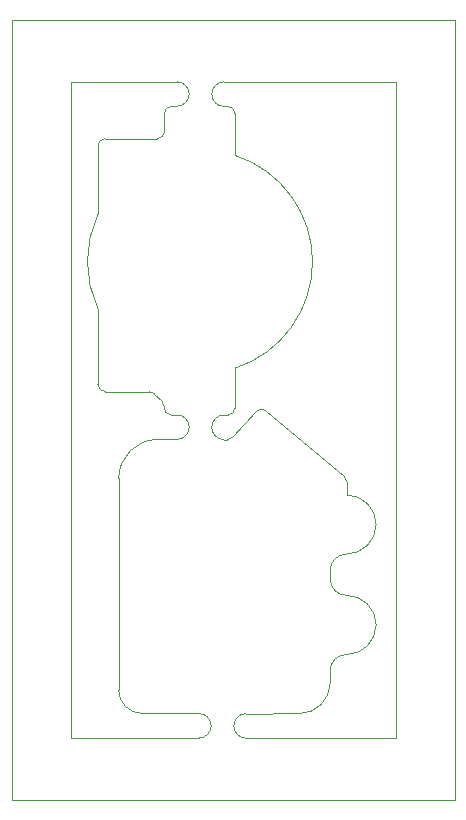
<source format=gbr>
%TF.GenerationSoftware,KiCad,Pcbnew,8.0.2-1*%
%TF.CreationDate,2024-07-30T22:04:44-07:00*%
%TF.ProjectId,tamagotchi_panel_rounded,74616d61-676f-4746-9368-695f70616e65,rev?*%
%TF.SameCoordinates,Original*%
%TF.FileFunction,Glue,Bot*%
%TF.FilePolarity,Positive*%
%FSLAX46Y46*%
G04 Gerber Fmt 4.6, Leading zero omitted, Abs format (unit mm)*
G04 Created by KiCad (PCBNEW 8.0.2-1) date 2024-07-30 22:04:44*
%MOMM*%
%LPD*%
G01*
G04 APERTURE LIST*
%TA.AperFunction,Profile*%
%ADD10C,0.100000*%
%TD*%
G04 APERTURE END LIST*
D10*
X31976504Y-18693512D02*
G75*
G02*
X31977224Y-20775888I696J-1041188D01*
G01*
X17994496Y-13500000D02*
X55494496Y-13500000D01*
X55494496Y-79500000D01*
X17994496Y-79500000D01*
X17994496Y-13500000D01*
X46135992Y-52103264D02*
G75*
G02*
X46350095Y-52562712I-385892J-459436D01*
G01*
X44950077Y-68583079D02*
G75*
G02*
X46350077Y-67183077I1400023J-21D01*
G01*
X27050077Y-67383079D02*
X27050077Y-52283079D01*
X25900000Y-44928268D02*
G75*
G02*
X25299932Y-44328268I0J600068D01*
G01*
X36287028Y-20782683D02*
G75*
G02*
X36892542Y-21382658I5472J-600017D01*
G01*
X44950077Y-60083079D02*
G75*
G02*
X46350077Y-58683077I1400023J-21D01*
G01*
X46350077Y-53683079D02*
X46350095Y-52562712D01*
X38709268Y-46611441D02*
G75*
G02*
X39535598Y-46559459I440432J-407459D01*
G01*
X30350077Y-48983079D02*
X31978369Y-48984165D01*
X46135992Y-52103264D02*
X39535638Y-46559412D01*
X46350077Y-53683079D02*
G75*
G02*
X46350077Y-58683081I3J-2500001D01*
G01*
X30921404Y-21373650D02*
G75*
G02*
X31515490Y-20773533I599996J150D01*
G01*
X27050077Y-52283079D02*
G75*
G02*
X30350077Y-48983077I3300003J-1D01*
G01*
X30716824Y-45752640D02*
X30068188Y-45104004D01*
X29643924Y-44928268D02*
X25900000Y-44928268D01*
X25300000Y-24119795D02*
G75*
G02*
X25900404Y-23519800I600000J-5D01*
G01*
X27050077Y-67383079D02*
X27050077Y-70183079D01*
X50494496Y-18701499D02*
X50500000Y-74276461D01*
X25300000Y-37935576D02*
G75*
G02*
X25300000Y-29901804I8557550J4016886D01*
G01*
X38709268Y-46611441D02*
X36680998Y-48804314D01*
X29643924Y-44928268D02*
G75*
G02*
X30068183Y-45104009I-24J-600032D01*
G01*
X31977649Y-46901777D02*
X31492749Y-46901886D01*
X31492749Y-46901886D02*
G75*
G02*
X30892614Y-46302147I-149J599986D01*
G01*
X44950077Y-60783079D02*
X44950077Y-60083079D01*
X36294383Y-46910916D02*
X35972389Y-46911408D01*
X46350077Y-62183079D02*
G75*
G02*
X46350077Y-67183081I3J-2500001D01*
G01*
X33841504Y-72184408D02*
X29050077Y-72183079D01*
X25300000Y-29901804D02*
X25300000Y-24119795D01*
X35973109Y-48993796D02*
X36233460Y-48996862D01*
X44950077Y-68583079D02*
X44957272Y-69584983D01*
X31977679Y-20768983D02*
X31515490Y-20773539D01*
X35973109Y-48993796D02*
G75*
G02*
X35972389Y-46911404I-749J1041196D01*
G01*
X44957272Y-69584983D02*
G75*
G02*
X42357272Y-72184982I-2600012J13D01*
G01*
X36287028Y-20782683D02*
X35971964Y-20785531D01*
X23000000Y-74266762D02*
X22994496Y-18691800D01*
X36892452Y-24928268D02*
G75*
G02*
X36899334Y-42949639I-2894112J-9011792D01*
G01*
X35971244Y-18703143D02*
X50494496Y-18701499D01*
X30892614Y-46302147D02*
X30892560Y-46176644D01*
X36893466Y-46311964D02*
G75*
G02*
X36294383Y-46910966I-600066J1064D01*
G01*
X30716824Y-45752640D02*
G75*
G02*
X30892569Y-46176644I-424224J-424260D01*
G01*
X37836964Y-74276427D02*
X50500000Y-74276461D01*
X37836964Y-74276427D02*
G75*
G02*
X37836244Y-72194033I-704J1041197D01*
G01*
X37836244Y-72194039D02*
X42357272Y-72184983D01*
X31976504Y-18693512D02*
X22994496Y-18691800D01*
X30921766Y-22921550D02*
G75*
G02*
X30321362Y-23521666I-599966J-150D01*
G01*
X36892452Y-21382658D02*
X36892452Y-24928268D01*
X30921766Y-22921550D02*
X30921404Y-21373650D01*
X30321362Y-23521690D02*
X25900404Y-23519796D01*
X46350077Y-62183079D02*
G75*
G02*
X44950121Y-60783079I23J1399979D01*
G01*
X35971964Y-20785531D02*
G75*
G02*
X35971244Y-18703149I-694J1041191D01*
G01*
X33841504Y-72184408D02*
G75*
G02*
X33842224Y-74266792I696J-1041192D01*
G01*
X36899333Y-42949637D02*
X36893466Y-46311964D01*
X36680998Y-48804314D02*
G75*
G02*
X36233460Y-48996879I-440498J407414D01*
G01*
X25300000Y-44328268D02*
X25300000Y-37935576D01*
X29050077Y-72183079D02*
G75*
G02*
X27050121Y-70183079I23J1999979D01*
G01*
X31977649Y-46901777D02*
G75*
G02*
X31978369Y-48984163I701J-1041193D01*
G01*
X33842224Y-74266796D02*
X23000000Y-74266762D01*
M02*

</source>
